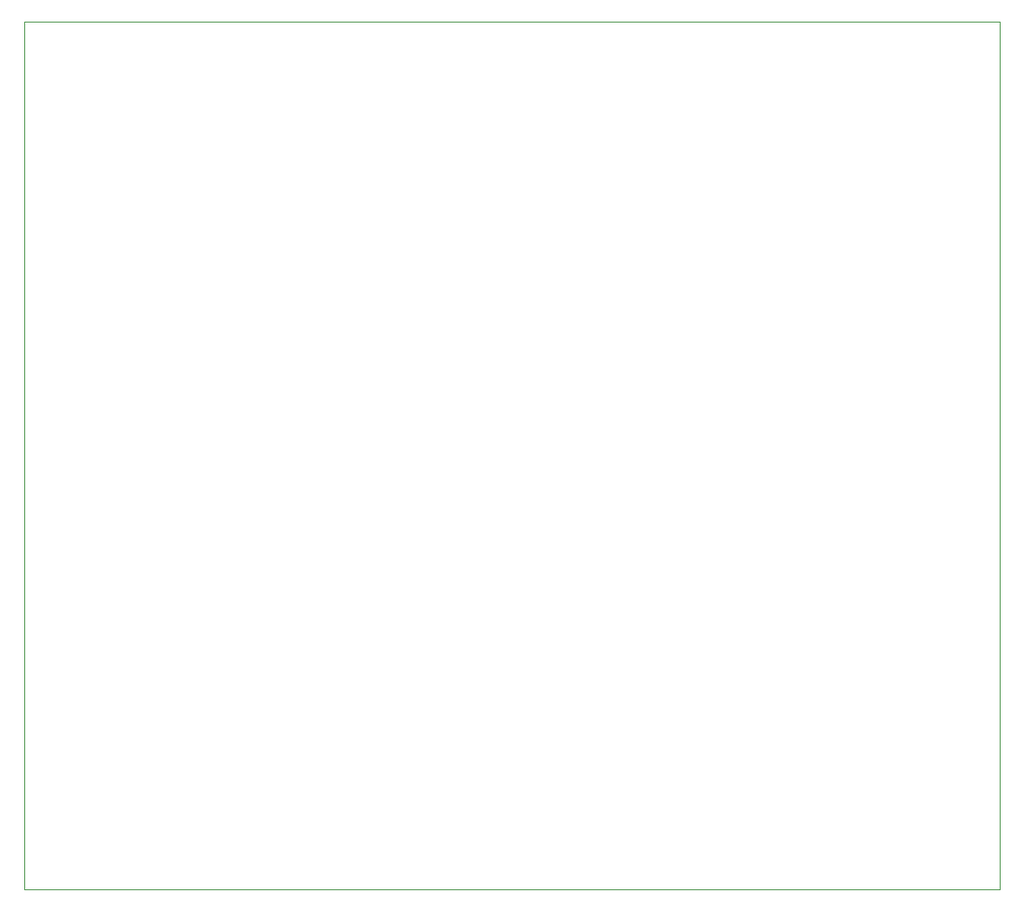
<source format=gbr>
G75*
%MOIN*%
%OFA0B0*%
%FSLAX25Y25*%
%IPPOS*%
%LPD*%
%AMOC8*
5,1,8,0,0,1.08239X$1,22.5*
%
%ADD10C,0.00000*%
D10*
X0002200Y0053333D02*
X0002200Y0387034D01*
X0377121Y0387034D01*
X0377121Y0053333D01*
X0002200Y0053333D01*
M02*

</source>
